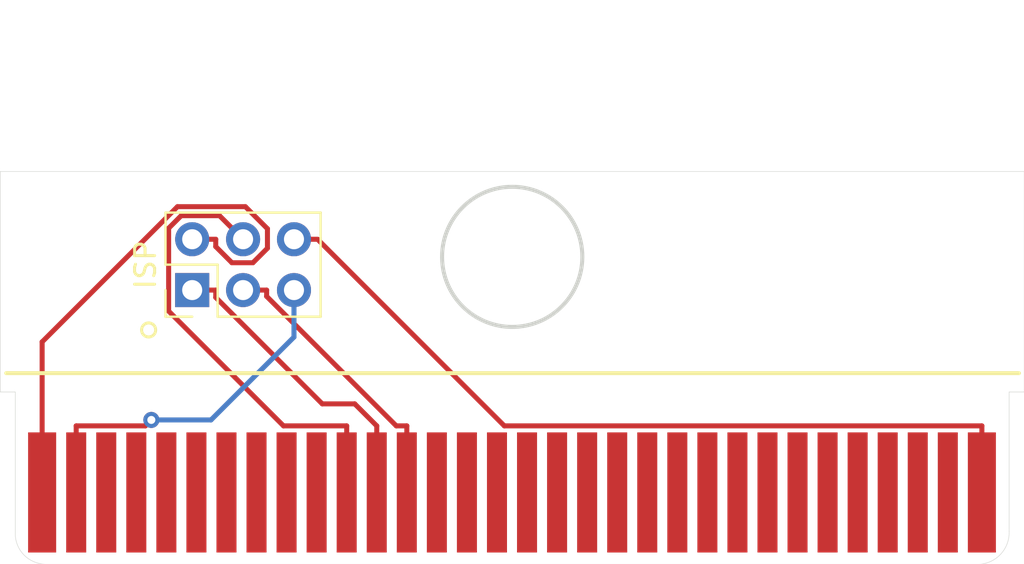
<source format=kicad_pcb>
(kicad_pcb (version 20171130) (host pcbnew "(5.1.2)-2")

  (general
    (thickness 0.8)
    (drawings 13)
    (tracks 39)
    (zones 0)
    (modules 2)
    (nets 33)
  )

  (page A4)
  (layers
    (0 F.Cu signal)
    (31 B.Cu signal)
    (32 B.Adhes user)
    (33 F.Adhes user)
    (34 B.Paste user)
    (35 F.Paste user)
    (36 B.SilkS user)
    (37 F.SilkS user)
    (38 B.Mask user)
    (39 F.Mask user)
    (40 Dwgs.User user)
    (41 Cmts.User user)
    (42 Eco1.User user)
    (43 Eco2.User user)
    (44 Edge.Cuts user)
    (45 Margin user)
    (46 B.CrtYd user)
    (47 F.CrtYd user)
    (48 B.Fab user)
    (49 F.Fab user)
  )

  (setup
    (last_trace_width 0.25)
    (trace_clearance 0.2)
    (zone_clearance 0.508)
    (zone_45_only no)
    (trace_min 0.2)
    (via_size 0.8)
    (via_drill 0.4)
    (via_min_size 0.4)
    (via_min_drill 0.3)
    (uvia_size 0.3)
    (uvia_drill 0.1)
    (uvias_allowed no)
    (uvia_min_size 0.2)
    (uvia_min_drill 0.1)
    (edge_width 0.2)
    (segment_width 0.2)
    (pcb_text_width 0.3)
    (pcb_text_size 1.5 1.5)
    (mod_edge_width 0.15)
    (mod_text_size 1 1)
    (mod_text_width 0.15)
    (pad_size 1.7 1.7)
    (pad_drill 1)
    (pad_to_mask_clearance 0.2)
    (solder_mask_min_width 0.25)
    (aux_axis_origin 0 0)
    (visible_elements 7FFFFFFF)
    (pcbplotparams
      (layerselection 0x3ffff_ffffffff)
      (usegerberextensions false)
      (usegerberattributes false)
      (usegerberadvancedattributes false)
      (creategerberjobfile false)
      (excludeedgelayer true)
      (linewidth 0.100000)
      (plotframeref false)
      (viasonmask false)
      (mode 1)
      (useauxorigin false)
      (hpglpennumber 1)
      (hpglpenspeed 20)
      (hpglpendiameter 15.000000)
      (psnegative false)
      (psa4output false)
      (plotreference true)
      (plotvalue true)
      (plotinvisibletext false)
      (padsonsilk false)
      (subtractmaskfromsilk false)
      (outputformat 1)
      (mirror false)
      (drillshape 0)
      (scaleselection 1)
      (outputdirectory "gerbers/"))
  )

  (net 0 "")
  (net 1 GND)
  (net 2 "Net-(U0-Pad20)")
  (net 3 "Net-(U0-Pad5)")
  (net 4 "Net-(U0-Pad2)")
  (net 5 "Net-(C1-Pad2)")
  (net 6 "Net-(M1-Pad2)")
  (net 7 "Net-(M1-Pad3)")
  (net 8 "Net-(M1-Pad4)")
  (net 9 "Net-(M1-Pad5)")
  (net 10 "Net-(M1-Pad6)")
  (net 11 "Net-(M1-Pad7)")
  (net 12 "Net-(M1-Pad8)")
  (net 13 "Net-(M1-Pad9)")
  (net 14 "Net-(M1-Pad11)")
  (net 15 "Net-(M1-Pad12)")
  (net 16 "Net-(M1-Pad13)")
  (net 17 "Net-(M1-Pad15)")
  (net 18 "Net-(M1-Pad16)")
  (net 19 "Net-(M1-Pad17)")
  (net 20 "Net-(M1-Pad18)")
  (net 21 "Net-(M1-Pad19)")
  (net 22 "Net-(M1-Pad21)")
  (net 23 "Net-(M1-Pad22)")
  (net 24 "Net-(M1-Pad23)")
  (net 25 "Net-(M1-Pad24)")
  (net 26 "Net-(M1-Pad25)")
  (net 27 "Net-(M1-Pad27)")
  (net 28 "Net-(U0-Pad19)")
  (net 29 "Net-(U0-Pad21)")
  (net 30 "Net-(U0-Pad30)")
  (net 31 "Net-(M1-Pad10)")
  (net 32 "Net-(U0-Pad31)")

  (net_class Default "This is the default net class."
    (clearance 0.2)
    (trace_width 0.25)
    (via_dia 0.8)
    (via_drill 0.4)
    (uvia_dia 0.3)
    (uvia_drill 0.1)
    (add_net GND)
    (add_net "Net-(C1-Pad2)")
    (add_net "Net-(M1-Pad10)")
    (add_net "Net-(M1-Pad11)")
    (add_net "Net-(M1-Pad12)")
    (add_net "Net-(M1-Pad13)")
    (add_net "Net-(M1-Pad15)")
    (add_net "Net-(M1-Pad16)")
    (add_net "Net-(M1-Pad17)")
    (add_net "Net-(M1-Pad18)")
    (add_net "Net-(M1-Pad19)")
    (add_net "Net-(M1-Pad2)")
    (add_net "Net-(M1-Pad21)")
    (add_net "Net-(M1-Pad22)")
    (add_net "Net-(M1-Pad23)")
    (add_net "Net-(M1-Pad24)")
    (add_net "Net-(M1-Pad25)")
    (add_net "Net-(M1-Pad27)")
    (add_net "Net-(M1-Pad3)")
    (add_net "Net-(M1-Pad4)")
    (add_net "Net-(M1-Pad5)")
    (add_net "Net-(M1-Pad6)")
    (add_net "Net-(M1-Pad7)")
    (add_net "Net-(M1-Pad8)")
    (add_net "Net-(M1-Pad9)")
    (add_net "Net-(U0-Pad19)")
    (add_net "Net-(U0-Pad2)")
    (add_net "Net-(U0-Pad20)")
    (add_net "Net-(U0-Pad21)")
    (add_net "Net-(U0-Pad30)")
    (add_net "Net-(U0-Pad31)")
    (add_net "Net-(U0-Pad5)")
  )

  (module Connector_PinHeader_2.54mm:PinHeader_2x03_P2.54mm_Vertical (layer F.Cu) (tedit 5D59C663) (tstamp 5D5A2538)
    (at 126.649 116.312 90)
    (descr "Through hole straight pin header, 2x03, 2.54mm pitch, double rows")
    (tags "Through hole pin header THT 2x03 2.54mm double row")
    (fp_text reference ISP (at 1.27 -2.33 90) (layer F.SilkS)
      (effects (font (size 1 1) (thickness 0.15)))
    )
    (fp_text value PinHeader_2x03_P2.54mm_Vertical (at 1.27 7.41 90) (layer F.Fab)
      (effects (font (size 1 1) (thickness 0.15)))
    )
    (fp_text user %R (at 1.27 2.54) (layer F.Fab)
      (effects (font (size 1 1) (thickness 0.15)))
    )
    (fp_line (start 4.35 -1.8) (end -1.8 -1.8) (layer F.CrtYd) (width 0.05))
    (fp_line (start 4.35 6.85) (end 4.35 -1.8) (layer F.CrtYd) (width 0.05))
    (fp_line (start -1.8 6.85) (end 4.35 6.85) (layer F.CrtYd) (width 0.05))
    (fp_line (start -1.8 -1.8) (end -1.8 6.85) (layer F.CrtYd) (width 0.05))
    (fp_line (start -1.33 -1.33) (end 0 -1.33) (layer F.SilkS) (width 0.12))
    (fp_line (start -1.33 0) (end -1.33 -1.33) (layer F.SilkS) (width 0.12))
    (fp_line (start 1.27 -1.33) (end 3.87 -1.33) (layer F.SilkS) (width 0.12))
    (fp_line (start 1.27 1.27) (end 1.27 -1.33) (layer F.SilkS) (width 0.12))
    (fp_line (start -1.33 1.27) (end 1.27 1.27) (layer F.SilkS) (width 0.12))
    (fp_line (start 3.87 -1.33) (end 3.87 6.41) (layer F.SilkS) (width 0.12))
    (fp_line (start -1.33 1.27) (end -1.33 6.41) (layer F.SilkS) (width 0.12))
    (fp_line (start -1.33 6.41) (end 3.87 6.41) (layer F.SilkS) (width 0.12))
    (fp_line (start -1.27 0) (end 0 -1.27) (layer F.Fab) (width 0.1))
    (fp_line (start -1.27 6.35) (end -1.27 0) (layer F.Fab) (width 0.1))
    (fp_line (start 3.81 6.35) (end -1.27 6.35) (layer F.Fab) (width 0.1))
    (fp_line (start 3.81 -1.27) (end 3.81 6.35) (layer F.Fab) (width 0.1))
    (fp_line (start 0 -1.27) (end 3.81 -1.27) (layer F.Fab) (width 0.1))
    (pad 6 thru_hole oval (at 2.54 5.08 90) (size 1.7 1.7) (drill 1) (layers *.Cu *.Mask)
      (net 1 GND))
    (pad 5 thru_hole oval (at 0 5.08 90) (size 1.7 1.7) (drill 1) (layers *.Cu *.Mask)
      (net 4 "Net-(U0-Pad2)"))
    (pad 4 thru_hole oval (at 2.54 2.54 90) (size 1.7 1.7) (drill 1) (layers *.Cu *.Mask)
      (net 9 "Net-(M1-Pad5)"))
    (pad 3 thru_hole oval (at 0 2.54 90) (size 1.7 1.7) (drill 1) (layers *.Cu *.Mask)
      (net 7 "Net-(M1-Pad3)"))
    (pad 2 thru_hole oval (at 2.54 0 90) (size 1.7 1.7) (drill 1) (layers *.Cu *.Mask)
      (net 5 "Net-(C1-Pad2)"))
    (pad 1 thru_hole rect (at 0 0 90) (size 1.7 1.7) (drill 1) (layers *.Cu *.Mask)
      (net 8 "Net-(M1-Pad4)"))
    (model ${KISYS3DMOD}/Connector_PinHeader_2.54mm.3dshapes/PinHeader_2x03_P2.54mm_Vertical.wrl
      (at (xyz 0 0 0))
      (scale (xyz 1 1 1))
      (rotate (xyz 0 0 0))
    )
  )

  (module Custom:GBBus (layer F.Cu) (tedit 5BCB465C) (tstamp 5BCCAC7E)
    (at 118.46 123.42)
    (descr "Connector Pads for Gameboy Cartridges")
    (path /5BCBB1ED)
    (fp_text reference U0 (at 23.12 -2.565) (layer F.SilkS) hide
      (effects (font (size 1.27 1.27) (thickness 0.15)))
    )
    (fp_text value CartBus (at 24.49 -7.525) (layer F.SilkS) hide
      (effects (font (size 1.27 1.27) (thickness 0.15)))
    )
    (pad 1 smd rect (at 0.7 3 180) (size 1.4 6) (layers F.Cu F.Paste F.Mask)
      (net 5 "Net-(C1-Pad2)") (solder_mask_margin 0.0508))
    (pad 2 smd rect (at 2.4 3) (size 1 6) (layers F.Cu F.Paste F.Mask)
      (net 4 "Net-(U0-Pad2)") (solder_mask_margin 0.0508))
    (pad 4 smd rect (at 5.4 3 180) (size 1 6) (layers F.Cu F.Paste F.Mask)
      (net 23 "Net-(M1-Pad22)") (solder_mask_margin 0.0508))
    (pad 5 smd rect (at 6.9 3) (size 1 6) (layers F.Cu F.Paste F.Mask)
      (net 3 "Net-(U0-Pad5)") (solder_mask_margin 0.0508))
    (pad 6 smd rect (at 8.4 3) (size 1 6) (layers F.Cu F.Paste F.Mask)
      (net 31 "Net-(M1-Pad10)") (solder_mask_margin 0.0508))
    (pad 7 smd rect (at 9.9 3) (size 1 6) (layers F.Cu F.Paste F.Mask)
      (net 13 "Net-(M1-Pad9)") (solder_mask_margin 0.0508))
    (pad 8 smd rect (at 11.4 3) (size 1 6) (layers F.Cu F.Paste F.Mask)
      (net 12 "Net-(M1-Pad8)") (solder_mask_margin 0.0508))
    (pad 9 smd rect (at 12.9 3) (size 1 6) (layers F.Cu F.Paste F.Mask)
      (net 11 "Net-(M1-Pad7)") (solder_mask_margin 0.0508))
    (pad 10 smd rect (at 14.4 3) (size 1 6) (layers F.Cu F.Paste F.Mask)
      (net 10 "Net-(M1-Pad6)") (solder_mask_margin 0.0508))
    (pad 11 smd rect (at 15.9 3) (size 1 6) (layers F.Cu F.Paste F.Mask)
      (net 9 "Net-(M1-Pad5)") (solder_mask_margin 0.0508))
    (pad 12 smd rect (at 17.4 3) (size 1 6) (layers F.Cu F.Paste F.Mask)
      (net 8 "Net-(M1-Pad4)") (solder_mask_margin 0.0508))
    (pad 13 smd rect (at 18.9 3) (size 1 6) (layers F.Cu F.Paste F.Mask)
      (net 7 "Net-(M1-Pad3)") (solder_mask_margin 0.0508))
    (pad 14 smd rect (at 20.4 3) (size 1 6) (layers F.Cu F.Paste F.Mask)
      (net 26 "Net-(M1-Pad25)") (solder_mask_margin 0.0508))
    (pad 15 smd rect (at 21.9 3) (size 1 6) (layers F.Cu F.Paste F.Mask)
      (net 25 "Net-(M1-Pad24)") (solder_mask_margin 0.0508))
    (pad 16 smd rect (at 23.4 3) (size 1 6) (layers F.Cu F.Paste F.Mask)
      (net 22 "Net-(M1-Pad21)") (solder_mask_margin 0.0508))
    (pad 17 smd rect (at 24.9 3) (size 1 6) (layers F.Cu F.Paste F.Mask)
      (net 24 "Net-(M1-Pad23)") (solder_mask_margin 0.0508))
    (pad 18 smd rect (at 26.4 3) (size 1 6) (layers F.Cu F.Paste F.Mask)
      (net 6 "Net-(M1-Pad2)") (solder_mask_margin 0.0508))
    (pad 19 smd rect (at 27.9 3) (size 1 6) (layers F.Cu F.Paste F.Mask)
      (net 28 "Net-(U0-Pad19)") (solder_mask_margin 0.0508))
    (pad 20 smd rect (at 29.4 3) (size 1 6) (layers F.Cu F.Paste F.Mask)
      (net 2 "Net-(U0-Pad20)") (solder_mask_margin 0.0508))
    (pad 21 smd rect (at 30.9 3) (size 1 6) (layers F.Cu F.Paste F.Mask)
      (net 29 "Net-(U0-Pad21)") (solder_mask_margin 0.0508))
    (pad 3 smd rect (at 3.9 3 180) (size 1 6) (layers F.Cu F.Paste F.Mask)
      (net 27 "Net-(M1-Pad27)") (solder_mask_margin 0.0508))
    (pad 22 smd rect (at 32.4 3) (size 1 6) (layers F.Cu F.Paste F.Mask)
      (net 14 "Net-(M1-Pad11)") (solder_mask_margin 0.0508))
    (pad 23 smd rect (at 33.9 3) (size 1 6) (layers F.Cu F.Paste F.Mask)
      (net 15 "Net-(M1-Pad12)") (solder_mask_margin 0.0508))
    (pad 24 smd rect (at 35.4 3) (size 1 6) (layers F.Cu F.Paste F.Mask)
      (net 16 "Net-(M1-Pad13)") (solder_mask_margin 0.0508))
    (pad 25 smd rect (at 36.9 3) (size 1 6) (layers F.Cu F.Paste F.Mask)
      (net 17 "Net-(M1-Pad15)") (solder_mask_margin 0.0508))
    (pad 26 smd rect (at 38.4 3) (size 1 6) (layers F.Cu F.Paste F.Mask)
      (net 18 "Net-(M1-Pad16)") (solder_mask_margin 0.0508))
    (pad 27 smd rect (at 39.9 3) (size 1 6) (layers F.Cu F.Paste F.Mask)
      (net 19 "Net-(M1-Pad17)") (solder_mask_margin 0.0508))
    (pad 28 smd rect (at 41.4 3) (size 1 6) (layers F.Cu F.Paste F.Mask)
      (net 20 "Net-(M1-Pad18)") (solder_mask_margin 0.0508))
    (pad 29 smd rect (at 42.9 3) (size 1 6) (layers F.Cu F.Paste F.Mask)
      (net 21 "Net-(M1-Pad19)") (solder_mask_margin 0.0508))
    (pad 30 smd rect (at 44.4 3) (size 1 6) (layers F.Cu F.Paste F.Mask)
      (net 30 "Net-(U0-Pad30)") (solder_mask_margin 0.0508))
    (pad 31 smd rect (at 45.9 3) (size 1 6) (layers F.Cu F.Paste F.Mask)
      (net 32 "Net-(U0-Pad31)") (solder_mask_margin 0.0508))
    (pad 32 smd rect (at 47.6 3 180) (size 1.4 6) (layers F.Cu F.Paste F.Mask)
      (net 1 GND) (solder_mask_margin 0.0508))
  )

  (gr_circle (center 124.47524 118.30304) (end 124.82576 118.33352) (layer F.SilkS) (width 0.15))
  (gr_line (start 168.17 121.402) (end 168.17 110.3884) (layer Edge.Cuts) (width 0.0254) (tstamp 5C6B2918))
  (gr_circle (center 142.62 114.652) (end 146.12 114.652) (layer Edge.Cuts) (width 0.2) (tstamp 5C6B2912))
  (gr_line (start 117.07 121.402) (end 117.82 121.402) (layer Edge.Cuts) (width 0.0254) (tstamp 5C6B16C7))
  (gr_line (start 117.07 110.3884) (end 117.07 121.402) (layer Edge.Cuts) (width 0.0254) (tstamp 5C6B16C6))
  (gr_line (start 119.36 130.002) (end 165.99 130.002) (layer Edge.Cuts) (width 0.0254) (tstamp 5C6B16C4))
  (gr_line (start 168.17 110.3884) (end 117.07 110.3884) (layer Edge.Cuts) (width 0.0254) (tstamp 5C6B16C3))
  (gr_line (start 167.42 128.362) (end 167.42 121.402) (layer Edge.Cuts) (width 0.0254) (tstamp 5C6B16C2))
  (gr_line (start 117.82 121.402) (end 117.82 128.442) (layer Edge.Cuts) (width 0.0254) (tstamp 5C6B16C1))
  (gr_line (start 167.42 121.402) (end 168.17 121.402) (layer Edge.Cuts) (width 0.0254) (tstamp 5C6B16C0))
  (gr_arc (start 165.83913 128.427) (end 167.42 128.362) (angle 86.88278645) (layer Edge.Cuts) (width 0.0254) (tstamp 5C6B16BE))
  (gr_arc (start 119.345 128.47668) (end 119.36 130.002) (angle 91.86616649) (layer Edge.Cuts) (width 0.0254) (tstamp 5C6B16BC))
  (gr_line (start 167.91 120.46) (end 117.37 120.46) (layer F.SilkS) (width 0.2))

  (segment (start 131.729 113.772) (end 132.9043 113.772) (width 0.25) (layer F.Cu) (net 1))
  (segment (start 166.06 126.42) (end 166.06 123.0947) (width 0.25) (layer F.Cu) (net 1))
  (segment (start 166.06 123.0947) (end 142.227 123.0947) (width 0.25) (layer F.Cu) (net 1))
  (segment (start 142.227 123.0947) (end 132.9043 113.772) (width 0.25) (layer F.Cu) (net 1))
  (segment (start 120.86 126.42) (end 120.86 123.0947) (width 0.25) (layer F.Cu) (net 4))
  (segment (start 124.61 122.7982) (end 127.5885 122.7982) (width 0.25) (layer B.Cu) (net 4))
  (segment (start 127.5885 122.7982) (end 131.729 118.6577) (width 0.25) (layer B.Cu) (net 4))
  (segment (start 131.729 118.6577) (end 131.729 116.312) (width 0.25) (layer B.Cu) (net 4))
  (segment (start 120.86 123.0947) (end 124.3135 123.0947) (width 0.25) (layer F.Cu) (net 4))
  (segment (start 124.3135 123.0947) (end 124.61 122.7982) (width 0.25) (layer F.Cu) (net 4))
  (via (at 124.61 122.7982) (size 0.8) (layers F.Cu B.Cu) (net 4))
  (segment (start 126.649 113.772) (end 127.8243 113.772) (width 0.25) (layer F.Cu) (net 5))
  (segment (start 119.16 126.42) (end 119.16 118.8992) (width 0.25) (layer F.Cu) (net 5))
  (segment (start 119.16 118.8992) (end 125.9145 112.1447) (width 0.25) (layer F.Cu) (net 5))
  (segment (start 125.9145 112.1447) (end 129.3023 112.1447) (width 0.25) (layer F.Cu) (net 5))
  (segment (start 129.3023 112.1447) (end 130.4043 113.2467) (width 0.25) (layer F.Cu) (net 5))
  (segment (start 130.4043 113.2467) (end 130.4043 114.2215) (width 0.25) (layer F.Cu) (net 5))
  (segment (start 130.4043 114.2215) (end 129.6785 114.9473) (width 0.25) (layer F.Cu) (net 5))
  (segment (start 129.6785 114.9473) (end 128.6322 114.9473) (width 0.25) (layer F.Cu) (net 5))
  (segment (start 128.6322 114.9473) (end 127.8243 114.1394) (width 0.25) (layer F.Cu) (net 5))
  (segment (start 127.8243 114.1394) (end 127.8243 113.772) (width 0.25) (layer F.Cu) (net 5))
  (segment (start 129.189 116.312) (end 130.3643 116.312) (width 0.25) (layer F.Cu) (net 7))
  (segment (start 137.36 126.42) (end 137.36 123.0947) (width 0.25) (layer F.Cu) (net 7))
  (segment (start 137.36 123.0947) (end 136.8341 123.0947) (width 0.25) (layer F.Cu) (net 7))
  (segment (start 136.8341 123.0947) (end 130.3643 116.6249) (width 0.25) (layer F.Cu) (net 7))
  (segment (start 130.3643 116.6249) (end 130.3643 116.312) (width 0.25) (layer F.Cu) (net 7))
  (segment (start 135.86 123.0947) (end 134.7608 121.9955) (width 0.25) (layer F.Cu) (net 8))
  (segment (start 134.7608 121.9955) (end 133.1405 121.9955) (width 0.25) (layer F.Cu) (net 8))
  (segment (start 133.1405 121.9955) (end 127.8243 116.6793) (width 0.25) (layer F.Cu) (net 8))
  (segment (start 127.8243 116.6793) (end 127.8243 116.312) (width 0.25) (layer F.Cu) (net 8))
  (segment (start 126.649 116.312) (end 127.8243 116.312) (width 0.25) (layer F.Cu) (net 8))
  (segment (start 135.86 126.42) (end 135.86 123.0947) (width 0.25) (layer F.Cu) (net 8))
  (segment (start 134.36 126.42) (end 134.36 123.0947) (width 0.25) (layer F.Cu) (net 9))
  (segment (start 134.36 123.0947) (end 131.2061 123.0947) (width 0.25) (layer F.Cu) (net 9))
  (segment (start 131.2061 123.0947) (end 125.4734 117.362) (width 0.25) (layer F.Cu) (net 9))
  (segment (start 125.4734 117.362) (end 125.4734 113.2227) (width 0.25) (layer F.Cu) (net 9))
  (segment (start 125.4734 113.2227) (end 126.101 112.5951) (width 0.25) (layer F.Cu) (net 9))
  (segment (start 126.101 112.5951) (end 128.0121 112.5951) (width 0.25) (layer F.Cu) (net 9))
  (segment (start 128.0121 112.5951) (end 129.189 113.772) (width 0.25) (layer F.Cu) (net 9))

)

</source>
